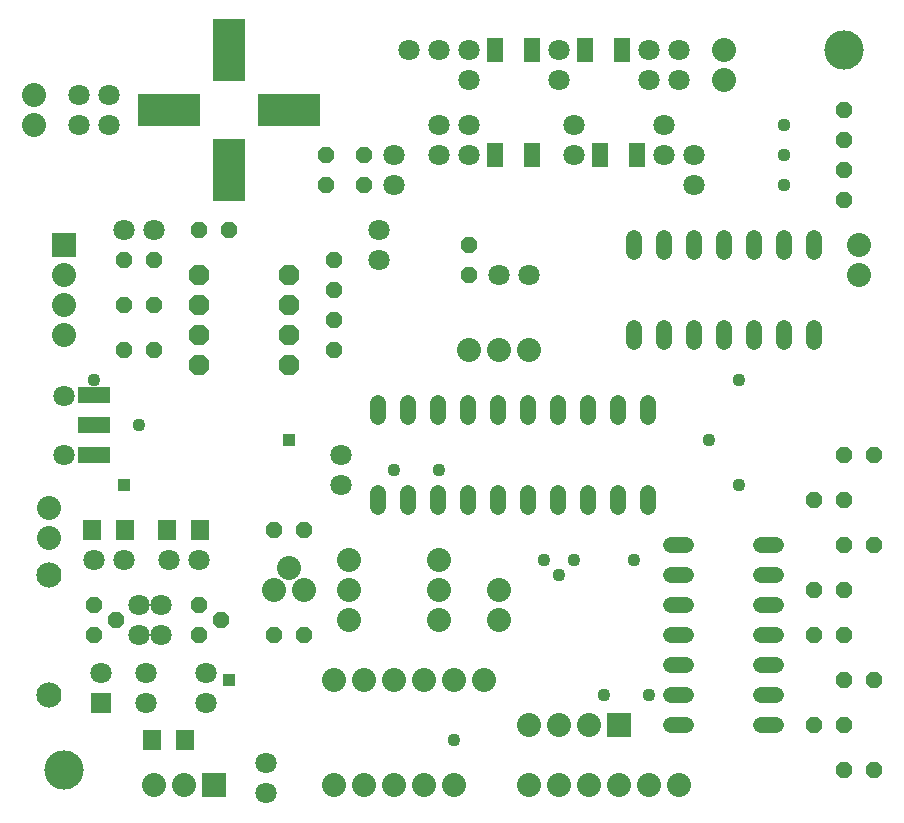
<source format=gts>
G75*
G70*
%OFA0B0*%
%FSLAX24Y24*%
%IPPOS*%
%LPD*%
%AMOC8*
5,1,8,0,0,1.08239X$1,22.5*
%
%ADD10C,0.1310*%
%ADD11C,0.0540*%
%ADD12R,0.2060X0.1060*%
%ADD13R,0.1060X0.2060*%
%ADD14C,0.0710*%
%ADD15OC8,0.0540*%
%ADD16C,0.0800*%
%ADD17R,0.0800X0.0800*%
%ADD18C,0.0840*%
%ADD19C,0.0440*%
%ADD20R,0.0532X0.0847*%
%ADD21OC8,0.0690*%
%ADD22R,0.1060X0.0560*%
%ADD23R,0.0611X0.0690*%
%ADD24R,0.0710X0.0710*%
%ADD25C,0.0436*%
%ADD26R,0.0436X0.0436*%
D10*
X002487Y002180D03*
X028487Y026180D03*
D11*
X027487Y019920D02*
X027487Y019440D01*
X026487Y019440D02*
X026487Y019920D01*
X025487Y019920D02*
X025487Y019440D01*
X024487Y019440D02*
X024487Y019920D01*
X023487Y019920D02*
X023487Y019440D01*
X022487Y019440D02*
X022487Y019920D01*
X021487Y019920D02*
X021487Y019440D01*
X021487Y016920D02*
X021487Y016440D01*
X022487Y016440D02*
X022487Y016920D01*
X023487Y016920D02*
X023487Y016440D01*
X024487Y016440D02*
X024487Y016920D01*
X025487Y016920D02*
X025487Y016440D01*
X026487Y016440D02*
X026487Y016920D01*
X027487Y016920D02*
X027487Y016440D01*
X021985Y014420D02*
X021985Y013940D01*
X020985Y013940D02*
X020985Y014420D01*
X019985Y014420D02*
X019985Y013940D01*
X018985Y013940D02*
X018985Y014420D01*
X017985Y014420D02*
X017985Y013940D01*
X016985Y013940D02*
X016985Y014420D01*
X015985Y014420D02*
X015985Y013940D01*
X014985Y013940D02*
X014985Y014420D01*
X013985Y014420D02*
X013985Y013940D01*
X012985Y013940D02*
X012985Y014420D01*
X012985Y011420D02*
X012985Y010940D01*
X013985Y010940D02*
X013985Y011420D01*
X014985Y011420D02*
X014985Y010940D01*
X015985Y010940D02*
X015985Y011420D01*
X016985Y011420D02*
X016985Y010940D01*
X017985Y010940D02*
X017985Y011420D01*
X018985Y011420D02*
X018985Y010940D01*
X019985Y010940D02*
X019985Y011420D01*
X020985Y011420D02*
X020985Y010940D01*
X021985Y010940D02*
X021985Y011420D01*
X022747Y009680D02*
X023227Y009680D01*
X023227Y008680D02*
X022747Y008680D01*
X022747Y007680D02*
X023227Y007680D01*
X023227Y006680D02*
X022747Y006680D01*
X022747Y005680D02*
X023227Y005680D01*
X023227Y004680D02*
X022747Y004680D01*
X022747Y003680D02*
X023227Y003680D01*
X025747Y003680D02*
X026227Y003680D01*
X026227Y004680D02*
X025747Y004680D01*
X025747Y005680D02*
X026227Y005680D01*
X026227Y006680D02*
X025747Y006680D01*
X025747Y007680D02*
X026227Y007680D01*
X026227Y008680D02*
X025747Y008680D01*
X025747Y009680D02*
X026227Y009680D01*
D12*
X009987Y024180D03*
X005987Y024180D03*
D13*
X007987Y022180D03*
X007987Y026180D03*
D14*
X003987Y024680D03*
X003987Y023680D03*
X002987Y023680D03*
X002987Y024680D03*
X004487Y020180D03*
X005487Y020180D03*
X002487Y014664D03*
X002487Y012696D03*
X003487Y009180D03*
X004487Y009180D03*
X005987Y009180D03*
X006987Y009180D03*
X005737Y007680D03*
X004987Y007680D03*
X004987Y006680D03*
X005737Y006680D03*
X005237Y005430D03*
X005237Y004430D03*
X003737Y005430D03*
X007237Y005430D03*
X007237Y004430D03*
X009237Y002430D03*
X009237Y001430D03*
X011737Y011680D03*
X011737Y012680D03*
X016987Y018680D03*
X017987Y018680D03*
X019487Y022680D03*
X019487Y023680D03*
X018987Y025180D03*
X018987Y026180D03*
X015987Y026180D03*
X015987Y025180D03*
X014987Y026180D03*
X013987Y026180D03*
X014987Y023680D03*
X014987Y022680D03*
X015987Y022680D03*
X015987Y023680D03*
X013487Y022680D03*
X013487Y021680D03*
X012987Y020180D03*
X012987Y019180D03*
X021987Y025180D03*
X022987Y025180D03*
X022987Y026180D03*
X021987Y026180D03*
X022487Y023680D03*
X022487Y022680D03*
X023487Y022680D03*
X023487Y021680D03*
D15*
X028487Y021180D03*
X028487Y022180D03*
X028487Y023180D03*
X028487Y024180D03*
X015987Y019680D03*
X015987Y018680D03*
X012487Y021680D03*
X012487Y022680D03*
X011237Y022680D03*
X011237Y021680D03*
X011487Y019180D03*
X011487Y018180D03*
X011487Y017180D03*
X011487Y016180D03*
X007987Y020180D03*
X006987Y020180D03*
X005487Y019180D03*
X004487Y019180D03*
X004487Y017680D03*
X005487Y017680D03*
X005487Y016180D03*
X004487Y016180D03*
X009487Y010180D03*
X010487Y010180D03*
X007737Y007180D03*
X006987Y006680D03*
X006987Y007680D03*
X009487Y006680D03*
X010487Y006680D03*
X004237Y007180D03*
X003487Y006680D03*
X003487Y007680D03*
X027487Y008180D03*
X028487Y008180D03*
X028487Y009680D03*
X029487Y009680D03*
X028487Y011180D03*
X027487Y011180D03*
X028487Y012680D03*
X029487Y012680D03*
X028487Y006680D03*
X027487Y006680D03*
X028487Y005180D03*
X029487Y005180D03*
X028487Y003680D03*
X027487Y003680D03*
X028487Y002180D03*
X029487Y002180D03*
D16*
X022987Y001680D03*
X021987Y001680D03*
X020987Y001680D03*
X019987Y001680D03*
X018987Y001680D03*
X017987Y001680D03*
X017987Y003680D03*
X018987Y003680D03*
X019987Y003680D03*
X016487Y005180D03*
X015487Y005180D03*
X014487Y005180D03*
X013487Y005180D03*
X012487Y005180D03*
X011487Y005180D03*
X011987Y007180D03*
X011987Y008180D03*
X011987Y009180D03*
X010487Y008180D03*
X009987Y008930D03*
X009487Y008180D03*
X014987Y008180D03*
X014987Y009180D03*
X014987Y007180D03*
X016987Y007180D03*
X016987Y008180D03*
X015487Y001680D03*
X014487Y001680D03*
X013487Y001680D03*
X012487Y001680D03*
X011487Y001680D03*
X006487Y001680D03*
X005487Y001680D03*
X001987Y009930D03*
X001987Y010930D03*
X002487Y016680D03*
X002487Y017680D03*
X002487Y018680D03*
X001487Y023680D03*
X001487Y024680D03*
X015987Y016180D03*
X016987Y016180D03*
X017987Y016180D03*
X024487Y025180D03*
X024487Y026180D03*
X028987Y019680D03*
X028987Y018680D03*
D17*
X020987Y003680D03*
X007487Y001680D03*
X002487Y019680D03*
D18*
X001987Y008680D03*
X001987Y004680D03*
D19*
X026487Y021680D03*
X026487Y022680D03*
X026487Y023680D03*
D20*
X021617Y022680D03*
X020357Y022680D03*
X018117Y022680D03*
X016857Y022680D03*
X016857Y026180D03*
X018117Y026180D03*
X019857Y026180D03*
X021117Y026180D03*
D21*
X009987Y018680D03*
X009987Y017680D03*
X009987Y016680D03*
X009987Y015680D03*
X006987Y015680D03*
X006987Y016680D03*
X006987Y017680D03*
X006987Y018680D03*
D22*
X003487Y014680D03*
X003487Y013680D03*
X003487Y012680D03*
D23*
X003435Y010180D03*
X004538Y010180D03*
X005935Y010180D03*
X007038Y010180D03*
X006538Y003180D03*
X005435Y003180D03*
D24*
X003737Y004430D03*
D25*
X013487Y012180D03*
X014987Y012180D03*
X018487Y009180D03*
X018987Y008680D03*
X019487Y009180D03*
X021487Y009180D03*
X024987Y011680D03*
X023987Y013180D03*
X024987Y015180D03*
X021987Y004680D03*
X020487Y004680D03*
X015487Y003180D03*
X004987Y013680D03*
X003487Y015180D03*
X007987Y021680D03*
X007987Y022180D03*
X007987Y022680D03*
X007987Y025680D03*
X007987Y026180D03*
X007987Y026680D03*
D26*
X009987Y013180D03*
X004487Y011680D03*
X007987Y005180D03*
M02*

</source>
